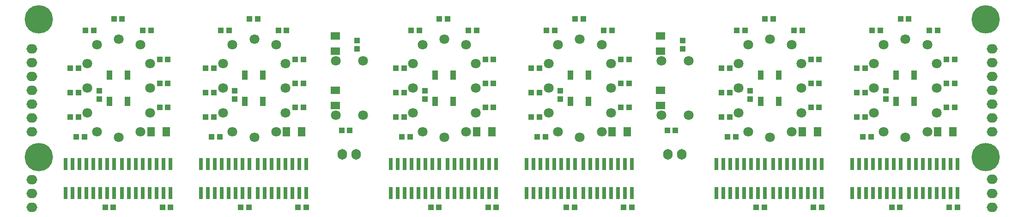
<source format=gbr>
G04 DipTrace 3.1.0.1*
G04 Top-Clock-IN12c.TopMask.gbr*
%MOIN*%
G04 #@! TF.FileFunction,Soldermask,Top*
G04 #@! TF.Part,Single*
%ADD40R,0.031654X0.086772*%
%ADD42R,0.071024X0.055276*%
%ADD44R,0.055276X0.071024*%
%ADD50C,0.204882*%
%ADD52C,0.071024*%
%ADD54O,0.068031X0.078031*%
%ADD56O,0.078031X0.068031*%
%ADD58R,0.043465X0.067087*%
%ADD60R,0.039528X0.039528*%
%FSLAX26Y26*%
G04*
G70*
G90*
G75*
G01*
G04 TopMask*
%LPD*%
D60*
X957008Y1268031D3*
Y1327087D3*
X1000315Y484567D3*
X1059370D3*
X1413701D3*
X1472756D3*
X1934961Y1268031D3*
Y1327087D3*
X1978268Y484567D3*
X2037323D3*
X2391654D3*
X2450709D3*
X3306614Y1268031D3*
Y1327087D3*
X3349921Y484567D3*
X3408976D3*
X3763307D3*
X3822362D3*
X4284567Y1268031D3*
Y1327087D3*
X4327874Y484567D3*
X4386929D3*
X4741260D3*
X4800315D3*
X5656220Y1268031D3*
Y1327087D3*
X5699528Y484567D3*
X5758583D3*
X6112913D3*
X6171969D3*
X6634173Y1268031D3*
Y1327087D3*
X6677480Y484567D3*
X6736535D3*
X7090866D3*
X7149921D3*
D58*
X1031811Y1248346D3*
X1161732D3*
Y1441260D3*
X1031811D3*
X2009764Y1248346D3*
X2139685D3*
Y1441260D3*
X2009764D3*
X3381417Y1248346D3*
X3511339D3*
Y1441260D3*
X3381417D3*
X4359370Y1248346D3*
X4489291D3*
Y1441260D3*
X4359370D3*
X5731024Y1248346D3*
X5860945D3*
Y1441260D3*
X5731024D3*
X6708976Y1248346D3*
X6838898D3*
Y1441260D3*
X6708976D3*
D56*
X472756Y1531417D3*
Y1631417D3*
Y1331417D3*
Y1431417D3*
Y1131417D3*
Y1031417D3*
Y1231417D3*
Y684567D3*
Y484567D3*
Y584567D3*
D54*
X2812520Y866457D3*
X2712520D3*
X5162126D3*
X5062126D3*
D56*
X7401890Y1531417D3*
Y1631417D3*
Y1331417D3*
Y1431417D3*
Y1131417D3*
Y1031417D3*
Y1231417D3*
Y684961D3*
Y484567D3*
Y584567D3*
D52*
X2664094Y1542047D3*
X2860945D3*
X2664094Y1148346D3*
X2860945D3*
X5013701Y1542047D3*
X5210551D3*
X5013701Y1148346D3*
X5210551D3*
X1098740Y1699528D3*
X1325118Y1345197D3*
Y1522362D3*
X1098740Y990866D3*
X1325118Y1168031D3*
X1256220Y1030236D3*
Y1660157D3*
X941260D3*
X872362Y1522362D3*
Y1345197D3*
Y1168031D3*
X941260Y1030236D3*
X2076693Y1699528D3*
X2303071Y1345197D3*
Y1522362D3*
X2076693Y990866D3*
X2303071Y1168031D3*
X2234173Y1030236D3*
Y1660157D3*
X1919213D3*
X1850315Y1522362D3*
Y1345197D3*
Y1168031D3*
X1919213Y1030236D3*
X3448346Y1699528D3*
X3674724Y1345197D3*
Y1522362D3*
X3448346Y990866D3*
X3674724Y1168031D3*
X3605827Y1030236D3*
Y1660157D3*
X3290866D3*
X3221969Y1522362D3*
Y1345197D3*
Y1168031D3*
X3290866Y1030236D3*
X4426299Y1699528D3*
X4652677Y1345197D3*
Y1522362D3*
X4426299Y990866D3*
X4652677Y1168031D3*
X4583780Y1030236D3*
Y1660157D3*
X4268819D3*
X4199921Y1522362D3*
Y1345197D3*
Y1168031D3*
X4268819Y1030236D3*
X5797953Y1699528D3*
X6024331Y1345197D3*
Y1522362D3*
X5797953Y990866D3*
X6024331Y1168031D3*
X5955433Y1030236D3*
Y1660157D3*
X5640472D3*
X5571575Y1522362D3*
Y1345197D3*
Y1168031D3*
X5640472Y1030236D3*
X6775906Y1699528D3*
X7002283Y1345197D3*
Y1522362D3*
X6775906Y990866D3*
X7002283Y1168031D3*
X6933386Y1030236D3*
Y1660157D3*
X6618425D3*
X6549528Y1522362D3*
Y1345197D3*
Y1168031D3*
X6618425Y1030236D3*
D50*
X520000Y1842835D3*
Y846772D3*
X7354646Y1842835D3*
Y846772D3*
D60*
X807402Y1490866D3*
X748346D3*
X807402Y1313701D3*
X748346D3*
X807402Y1136535D3*
X748346D3*
X850709Y994803D3*
X791654D3*
X917638Y1762520D3*
X858583D3*
X1122362Y1845197D3*
X1063307D3*
X1331024Y1762520D3*
X1271969D3*
D44*
X1331024Y1030236D3*
X1441260D3*
D60*
X1394016Y1553858D3*
X1453071D3*
X1394016Y1380630D3*
X1453071D3*
X1394016Y1207402D3*
X1453071D3*
X1785354Y1490866D3*
X1726299D3*
X1785354Y1313701D3*
X1726299D3*
X1785354Y1136535D3*
X1726299D3*
X1828661Y994803D3*
X1769606D3*
X1895591Y1762520D3*
X1836535D3*
X2100315Y1845197D3*
X2041260D3*
X2308976Y1762520D3*
X2249921D3*
D44*
X2308976Y1030236D3*
X2419213D3*
D60*
X2371969Y1553858D3*
X2431024D3*
X2371969Y1380630D3*
X2431024D3*
X2371969Y1207402D3*
X2431024D3*
D42*
X2660157Y1614488D3*
Y1724724D3*
Y1220787D3*
Y1331024D3*
D60*
X2766457Y1039685D3*
X2707402D3*
X2819213Y1689291D3*
Y1630236D3*
X3157008Y1490866D3*
X3097953D3*
X3157008Y1313701D3*
X3097953D3*
X3157008Y1136535D3*
X3097953D3*
X3200315Y994803D3*
X3141260D3*
X3267244Y1762520D3*
X3208189D3*
X3471969Y1845197D3*
X3412913D3*
X3680630Y1762520D3*
X3621575D3*
D44*
X3680630Y1030236D3*
X3790866D3*
D60*
X3743622Y1553858D3*
X3802677D3*
X3743622Y1380630D3*
X3802677D3*
X3743622Y1207402D3*
X3802677D3*
X4134961Y1490866D3*
X4075906D3*
X4134961Y1313701D3*
X4075906D3*
X4134961Y1136535D3*
X4075906D3*
X4178268Y994803D3*
X4119213D3*
X4245197Y1762520D3*
X4186142D3*
X4449921Y1845197D3*
X4390866D3*
X4658583Y1762520D3*
X4599528D3*
D44*
X4658583Y1030236D3*
X4768819D3*
D60*
X4721575Y1553858D3*
X4780630D3*
X4721575Y1380630D3*
X4780630D3*
X4721575Y1207402D3*
X4780630D3*
D42*
X5009764Y1614488D3*
Y1724724D3*
Y1220787D3*
Y1331024D3*
D60*
X5116063Y1039685D3*
X5057008D3*
X5168819Y1689291D3*
Y1630236D3*
X5506614Y1490866D3*
X5447559D3*
X5506614Y1313701D3*
X5447559D3*
X5506614Y1136535D3*
X5447559D3*
X5549921Y994803D3*
X5490866D3*
X5616850Y1762520D3*
X5557795D3*
X5821575Y1845197D3*
X5762520D3*
X6030236Y1762520D3*
X5971181D3*
D44*
X6030236Y1030236D3*
X6140472D3*
D60*
X6093228Y1553858D3*
X6152283D3*
X6093228Y1380630D3*
X6152283D3*
X6093228Y1207402D3*
X6152283D3*
X6484567Y1490866D3*
X6425512D3*
X6484567Y1313701D3*
X6425512D3*
X6484567Y1136535D3*
X6425512D3*
X6527874Y994803D3*
X6468819D3*
X6594803Y1762520D3*
X6535748D3*
X6799528Y1845197D3*
X6740472D3*
X7008189Y1762520D3*
X6949134D3*
D44*
X7008189Y1030236D3*
X7118425D3*
D60*
X7071181Y1553858D3*
X7130236D3*
X7071181Y1380630D3*
X7130236D3*
X7071181Y1207402D3*
X7130236D3*
D40*
X1063307Y797953D3*
X1013307D3*
X963307D3*
X913307D3*
X863307D3*
X813307D3*
X763307D3*
X713307D3*
Y585354D3*
X763307D3*
X813307D3*
X863307D3*
X913307D3*
X963307D3*
X1013307D3*
X1063307D3*
X1472756Y797953D3*
X1422756D3*
X1372756D3*
X1322756D3*
X1272756D3*
X1222756D3*
X1172756D3*
X1122756D3*
Y585354D3*
X1172756D3*
X1222756D3*
X1272756D3*
X1322756D3*
X1372756D3*
X1422756D3*
X1472756D3*
X2041260Y797953D3*
X1991260D3*
X1941260D3*
X1891260D3*
X1841260D3*
X1791260D3*
X1741260D3*
X1691260D3*
Y585354D3*
X1741260D3*
X1791260D3*
X1841260D3*
X1891260D3*
X1941260D3*
X1991260D3*
X2041260D3*
X2450709Y797953D3*
X2400709D3*
X2350709D3*
X2300709D3*
X2250709D3*
X2200709D3*
X2150709D3*
X2100709D3*
Y585354D3*
X2150709D3*
X2200709D3*
X2250709D3*
X2300709D3*
X2350709D3*
X2400709D3*
X2450709D3*
X3412913Y797953D3*
X3362913D3*
X3312913D3*
X3262913D3*
X3212913D3*
X3162913D3*
X3112913D3*
X3062913D3*
Y585354D3*
X3112913D3*
X3162913D3*
X3212913D3*
X3262913D3*
X3312913D3*
X3362913D3*
X3412913D3*
X3822362Y797953D3*
X3772362D3*
X3722362D3*
X3672362D3*
X3622362D3*
X3572362D3*
X3522362D3*
X3472362D3*
Y585354D3*
X3522362D3*
X3572362D3*
X3622362D3*
X3672362D3*
X3722362D3*
X3772362D3*
X3822362D3*
X4390866Y797953D3*
X4340866D3*
X4290866D3*
X4240866D3*
X4190866D3*
X4140866D3*
X4090866D3*
X4040866D3*
Y585354D3*
X4090866D3*
X4140866D3*
X4190866D3*
X4240866D3*
X4290866D3*
X4340866D3*
X4390866D3*
X4800315Y797953D3*
X4750315D3*
X4700315D3*
X4650315D3*
X4600315D3*
X4550315D3*
X4500315D3*
X4450315D3*
Y585354D3*
X4500315D3*
X4550315D3*
X4600315D3*
X4650315D3*
X4700315D3*
X4750315D3*
X4800315D3*
X5762520Y797953D3*
X5712520D3*
X5662520D3*
X5612520D3*
X5562520D3*
X5512520D3*
X5462520D3*
X5412520D3*
Y585354D3*
X5462520D3*
X5512520D3*
X5562520D3*
X5612520D3*
X5662520D3*
X5712520D3*
X5762520D3*
X6171969Y797953D3*
X6121969D3*
X6071969D3*
X6021969D3*
X5971969D3*
X5921969D3*
X5871969D3*
X5821969D3*
Y585354D3*
X5871969D3*
X5921969D3*
X5971969D3*
X6021969D3*
X6071969D3*
X6121969D3*
X6171969D3*
X6740472Y797953D3*
X6690472D3*
X6640472D3*
X6590472D3*
X6540472D3*
X6490472D3*
X6440472D3*
X6390472D3*
Y585354D3*
X6440472D3*
X6490472D3*
X6540472D3*
X6590472D3*
X6640472D3*
X6690472D3*
X6740472D3*
X7149921Y797953D3*
X7099921D3*
X7049921D3*
X6999921D3*
X6949921D3*
X6899921D3*
X6849921D3*
X6799921D3*
Y585354D3*
X6849921D3*
X6899921D3*
X6949921D3*
X6999921D3*
X7049921D3*
X7099921D3*
X7149921D3*
M02*

</source>
